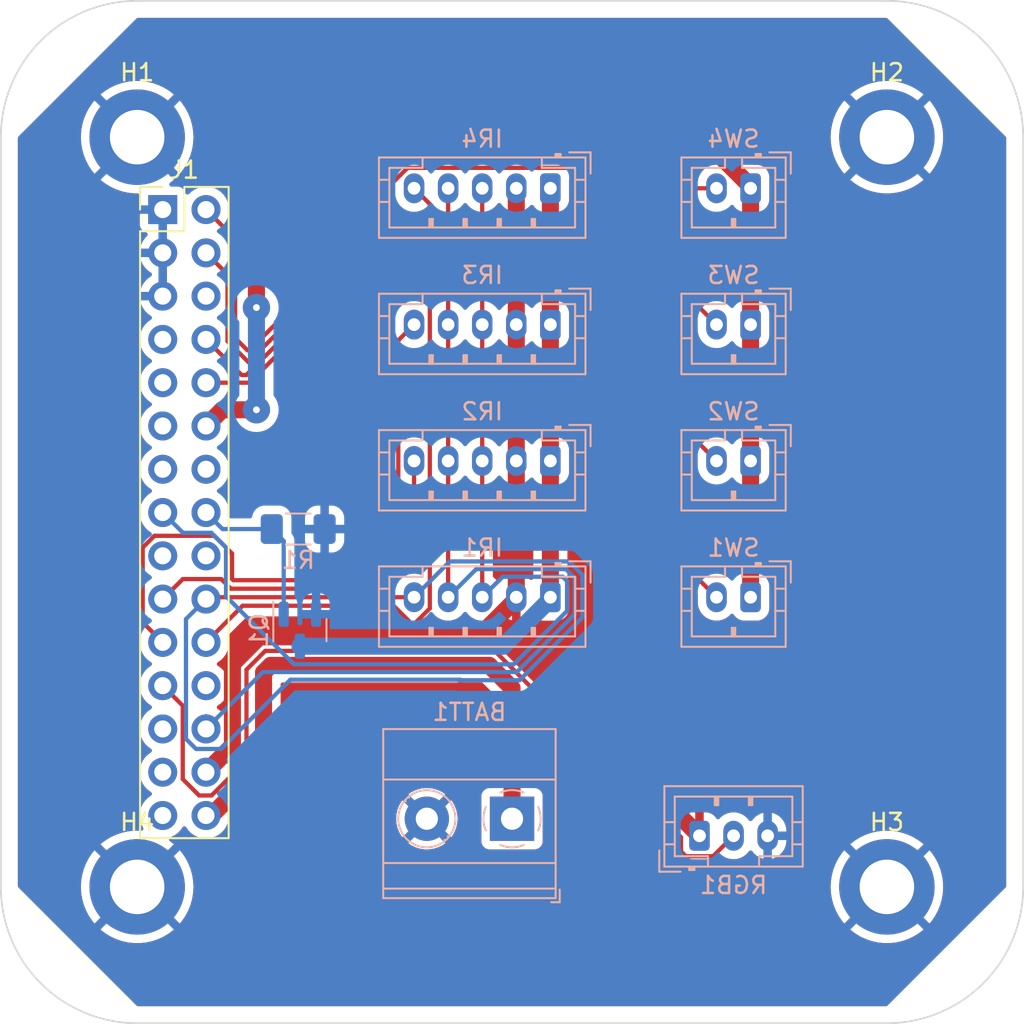
<source format=kicad_pcb>
(kicad_pcb (version 20221018) (generator pcbnew)
  (layers (0 "F.Cu" signal) (31 "B.Cu" signal) (34 "B.Paste" user) (35 "F.Paste" user) (36 "B.SilkS" user "B.Silkscreen") (37 "F.SilkS" user "F.Silkscreen") (38 "B.Mask" user) (39 "F.Mask" user) (44 "Edge.Cuts" user))
  (net 0 "")
  (net 1 "+BATT")
  (net 2 "GND")
  (net 3 "/IR_GND")
  (net 4 "+5V")
  (net 5 "/IR_MODE")
  (net 6 "/IR_TX")
  (net 7 "/IR_RX_A")
  (net 8 "/IR_RX_B")
  (net 9 "/IR_RX_C")
  (net 10 "/IR_RX_D")
  (net 11 "/GPIO_BTN_A")
  (net 12 "/GPIO_BTN_B")
  (net 15 "/GPIO_BTN_C")
  (net 17 "/GPIO_BTN_D")
  (net 19 "+3V3")
  (net 22 "/IR_ENABLE")
  (net 25 "/RGB_D")
  (footprint "MountingHole:MountingHole_3.2mm_M3_DIN965_Pad" (layer "F.Cu") (at 173 76)
    (fp_text reference "H2" (at 0 -3.8) (layer "F.SilkS"))
    (fp_text value "M3")
    (pad "1" thru_hole circle (at 0 0) (size 5.6 5.6) (drill 3.2) (layers "*.Cu" "*.Mask") (net 2 "GND"))
  )
  (footprint "MountingHole:MountingHole_3.2mm_M3_DIN965_Pad" (layer "F.Cu") (at 129 76)
    (fp_text reference "H1" (at 0 -3.8) (layer "F.SilkS"))
    (fp_text value "M3")
    (pad "1" thru_hole circle (at 0 0) (size 5.6 5.6) (drill 3.2) (layers "*.Cu" "*.Mask") (net 2 "GND"))
  )
  (footprint "Connector_PinHeader_2.54mm:PinHeader_2x15_P2.54mm_Vertical" (layer "F.Cu") (at 130.5 80.25)
    (fp_text reference "J1" (at 1.27 -2.33) (layer "F.SilkS"))
    (fp_text value "MBUS")
    (pad "1" thru_hole rect (at 0 0) (size 1.7 1.7) (drill 1) (layers "*.Cu" "*.Mask") (net 2 "GND"))
    (pad "2" thru_hole oval (at 2.54 0) (size 1.7 1.7) (drill 1) (layers "*.Cu" "*.Mask") (net 17 "/GPIO_BTN_D"))
    (pad "3" thru_hole oval (at 0 2.54) (size 1.7 1.7) (drill 1) (layers "*.Cu" "*.Mask") (net 2 "GND"))
    (pad "4" thru_hole oval (at 2.54 2.54) (size 1.7 1.7) (drill 1) (layers "*.Cu" "*.Mask") (net 15 "/GPIO_BTN_C"))
    (pad "5" thru_hole oval (at 0 5.08) (size 1.7 1.7) (drill 1) (layers "*.Cu" "*.Mask") (net 2 "GND"))
    (pad "6" thru_hole oval (at 2.54 5.08) (size 1.7 1.7) (drill 1) (layers "*.Cu" "*.Mask"))
    (pad "7" thru_hole oval (at 0 7.62) (size 1.7 1.7) (drill 1) (layers "*.Cu" "*.Mask"))
    (pad "8" thru_hole oval (at 2.54 7.62) (size 1.7 1.7) (drill 1) (layers "*.Cu" "*.Mask") (net 12 "/GPIO_BTN_B"))
    (pad "9" thru_hole oval (at 0 10.16) (size 1.7 1.7) (drill 1) (layers "*.Cu" "*.Mask"))
    (pad "10" thru_hole oval (at 2.54 10.16) (size 1.7 1.7) (drill 1) (layers "*.Cu" "*.Mask") (net 11 "/GPIO_BTN_A"))
    (pad "11" thru_hole oval (at 0 12.7) (size 1.7 1.7) (drill 1) (layers "*.Cu" "*.Mask"))
    (pad "12" thru_hole oval (at 2.54 12.7) (size 1.7 1.7) (drill 1) (layers "*.Cu" "*.Mask") (net 19 "+3V3"))
    (pad "13" thru_hole oval (at 0 15.24) (size 1.7 1.7) (drill 1) (layers "*.Cu" "*.Mask"))
    (pad "14" thru_hole oval (at 2.54 15.24) (size 1.7 1.7) (drill 1) (layers "*.Cu" "*.Mask"))
    (pad "15" thru_hole oval (at 0 17.78) (size 1.7 1.7) (drill 1) (layers "*.Cu" "*.Mask") (net 5 "/IR_MODE"))
    (pad "16" thru_hole oval (at 2.54 17.78) (size 1.7 1.7) (drill 1) (layers "*.Cu" "*.Mask") (net 22 "/IR_ENABLE"))
    (pad "17" thru_hole oval (at 0 20.32) (size 1.7 1.7) (drill 1) (layers "*.Cu" "*.Mask"))
    (pad "18" thru_hole oval (at 2.54 20.32) (size 1.7 1.7) (drill 1) (layers "*.Cu" "*.Mask"))
    (pad "19" thru_hole oval (at 0 22.86) (size 1.7 1.7) (drill 1) (layers "*.Cu" "*.Mask") (net 8 "/IR_RX_B"))
    (pad "20" thru_hole oval (at 2.54 22.86) (size 1.7 1.7) (drill 1) (layers "*.Cu" "*.Mask") (net 7 "/IR_RX_A"))
    (pad "21" thru_hole oval (at 0 25.4) (size 1.7 1.7) (drill 1) (layers "*.Cu" "*.Mask") (net 9 "/IR_RX_C"))
    (pad "22" thru_hole oval (at 2.54 25.4) (size 1.7 1.7) (drill 1) (layers "*.Cu" "*.Mask") (net 10 "/IR_RX_D"))
    (pad "23" thru_hole oval (at 0 27.94) (size 1.7 1.7) (drill 1) (layers "*.Cu" "*.Mask") (net 25 "/RGB_D"))
    (pad "24" thru_hole oval (at 2.54 27.94) (size 1.7 1.7) (drill 1) (layers "*.Cu" "*.Mask"))
    (pad "25" thru_hole oval (at 0 30.48) (size 1.7 1.7) (drill 1) (layers "*.Cu" "*.Mask"))
    (pad "26" thru_hole oval (at 2.54 30.48) (size 1.7 1.7) (drill 1) (layers "*.Cu" "*.Mask") (net 6 "/IR_TX"))
    (pad "27" thru_hole oval (at 0 33.02) (size 1.7 1.7) (drill 1) (layers "*.Cu" "*.Mask"))
    (pad "28" thru_hole oval (at 2.54 33.02) (size 1.7 1.7) (drill 1) (layers "*.Cu" "*.Mask") (net 4 "+5V"))
    (pad "29" thru_hole oval (at 0 35.56) (size 1.7 1.7) (drill 1) (layers "*.Cu" "*.Mask"))
    (pad "30" thru_hole oval (at 2.54 35.56) (size 1.7 1.7) (drill 1) (layers "*.Cu" "*.Mask") (net 1 "+BATT"))
  )
  (footprint "MountingHole:MountingHole_3.2mm_M3_DIN965_Pad" (layer "F.Cu") (at 173 120)
    (fp_text reference "H3" (at 0 -3.8) (layer "F.SilkS"))
    (fp_text value "M3")
    (pad "1" thru_hole circle (at 0 0) (size 5.6 5.6) (drill 3.2) (layers "*.Cu" "*.Mask") (net 2 "GND"))
  )
  (footprint "MountingHole:MountingHole_3.2mm_M3_DIN965_Pad" (layer "F.Cu") (at 129 120)
    (fp_text reference "H4" (at 0 -3.8) (layer "F.SilkS"))
    (fp_text value "M3")
    (pad "1" thru_hole circle (at 0 0) (size 5.6 5.6) (drill 3.2) (layers "*.Cu" "*.Mask") (net 2 "GND"))
  )
  (footprint "Connector_JST:JST_PH_B5B-PH-K_1x05_P2.00mm_Vertical" (layer "B.Cu") (at 153.25 87 180)
    (fp_text reference "IR3" (at 4 2.9) (layer "B.SilkS") (effects (justify mirror)))
    (fp_text value "~")
    (pad "1" thru_hole roundrect (at 0 0 180) (size 1.2 1.75) (drill 0.75) (layers "*.Cu" "*.Mask") (roundrect_rratio 0.208333) (net 3 "/IR_GND"))
    (pad "2" thru_hole oval (at 2 0 180) (size 1.2 1.75) (drill 0.75) (layers "*.Cu" "*.Mask") (net 4 "+5V"))
    (pad "3" thru_hole oval (at 4 0 180) (size 1.2 1.75) (drill 0.75) (layers "*.Cu" "*.Mask") (net 5 "/IR_MODE"))
    (pad "4" thru_hole oval (at 6 0 180) (size 1.2 1.75) (drill 0.75) (layers "*.Cu" "*.Mask") (net 6 "/IR_TX"))
    (pad "5" thru_hole oval (at 8 0 180) (size 1.2 1.75) (drill 0.75) (layers "*.Cu" "*.Mask") (net 9 "/IR_RX_C"))
  )
  (footprint "Connector_JST:JST_PH_B5B-PH-K_1x05_P2.00mm_Vertical" (layer "B.Cu") (at 153.25 103 180)
    (fp_text reference "IR1" (at 4 2.9) (layer "B.SilkS") (effects (justify mirror)))
    (fp_text value "~")
    (pad "1" thru_hole roundrect (at 0 0 180) (size 1.2 1.75) (drill 0.75) (layers "*.Cu" "*.Mask") (roundrect_rratio 0.208333) (net 3 "/IR_GND"))
    (pad "2" thru_hole oval (at 2 0 180) (size 1.2 1.75) (drill 0.75) (layers "*.Cu" "*.Mask") (net 4 "+5V"))
    (pad "3" thru_hole oval (at 4 0 180) (size 1.2 1.75) (drill 0.75) (layers "*.Cu" "*.Mask") (net 5 "/IR_MODE"))
    (pad "4" thru_hole oval (at 6 0 180) (size 1.2 1.75) (drill 0.75) (layers "*.Cu" "*.Mask") (net 6 "/IR_TX"))
    (pad "5" thru_hole oval (at 8 0 180) (size 1.2 1.75) (drill 0.75) (layers "*.Cu" "*.Mask") (net 7 "/IR_RX_A"))
  )
  (footprint "Package_TO_SOT_SMD:SOT-23" (layer "B.Cu") (at 138.55 104.9375 -90)
    (fp_text reference "Q1" (at 0 2.4 90) (layer "B.SilkS") (effects (justify mirror)))
    (fp_text value "IRLML6244")
    (pad "1" smd roundrect (at -0.9375 0.95 270) (size 1.475 0.6) (layers "B.Cu" "B.Paste" "B.Mask") (net 22 "/IR_ENABLE"))
    (pad "2" smd roundrect (at -0.9375 -0.95 270) (size 1.475 0.6) (layers "B.Cu" "B.Paste" "B.Mask") (net 2 "GND"))
    (pad "3" smd roundrect (at 0.9375 0 270) (size 1.475 0.6) (layers "B.Cu" "B.Paste" "B.Mask") (net 3 "/IR_GND"))
  )
  (footprint "Connector_JST:JST_PH_B2B-PH-K_1x02_P2.00mm_Vertical" (layer "B.Cu") (at 165 79 180)
    (fp_text reference "SW4" (at 1 2.9) (layer "B.SilkS") (effects (justify mirror)))
    (fp_text value "~")
    (pad "1" thru_hole roundrect (at 0 0 180) (size 1.2 1.75) (drill 0.75) (layers "*.Cu" "*.Mask") (roundrect_rratio 0.208333) (net 19 "+3V3"))
    (pad "2" thru_hole oval (at 2 0 180) (size 1.2 1.75) (drill 0.75) (layers "*.Cu" "*.Mask") (net 17 "/GPIO_BTN_D"))
  )
  (footprint "Connector_JST:JST_PH_B3B-PH-K_1x03_P2.00mm_Vertical" (layer "B.Cu") (at 162 117)
    (fp_text reference "RGB1" (at 2 2.9) (layer "B.SilkS") (effects (justify mirror)))
    (fp_text value "~")
    (pad "1" thru_hole roundrect (at 0 0) (size 1.2 1.75) (drill 0.75) (layers "*.Cu" "*.Mask") (roundrect_rratio 0.208333) (net 4 "+5V"))
    (pad "2" thru_hole oval (at 2 0) (size 1.2 1.75) (drill 0.75) (layers "*.Cu" "*.Mask") (net 25 "/RGB_D"))
    (pad "3" thru_hole oval (at 4 0) (size 1.2 1.75) (drill 0.75) (layers "*.Cu" "*.Mask") (net 2 "GND"))
  )
  (footprint "Connector_JST:JST_PH_B2B-PH-K_1x02_P2.00mm_Vertical" (layer "B.Cu") (at 165 87 180)
    (fp_text reference "SW3" (at 1 2.9) (layer "B.SilkS") (effects (justify mirror)))
    (fp_text value "~")
    (pad "1" thru_hole roundrect (at 0 0 180) (size 1.2 1.75) (drill 0.75) (layers "*.Cu" "*.Mask") (roundrect_rratio 0.208333) (net 19 "+3V3"))
    (pad "2" thru_hole oval (at 2 0 180) (size 1.2 1.75) (drill 0.75) (layers "*.Cu" "*.Mask") (net 15 "/GPIO_BTN_C"))
  )
  (footprint "Connector_JST:JST_PH_B2B-PH-K_1x02_P2.00mm_Vertical" (layer "B.Cu") (at 165 103 180)
    (fp_text reference "SW1" (at 1 2.9) (layer "B.SilkS") (effects (justify mirror)))
    (fp_text value "~")
    (pad "1" thru_hole roundrect (at 0 0 180) (size 1.2 1.75) (drill 0.75) (layers "*.Cu" "*.Mask") (roundrect_rratio 0.208333) (net 19 "+3V3"))
    (pad "2" thru_hole oval (at 2 0 180) (size 1.2 1.75) (drill 0.75) (layers "*.Cu" "*.Mask") (net 11 "/GPIO_BTN_A"))
  )
  (footprint "Resistor_SMD:R_1206_3216Metric_Pad1.30x1.75mm_HandSolder" (layer "B.Cu") (at 138.45 99)
    (fp_text reference "R1" (at 0 1.82) (layer "B.SilkS") (effects (justify mirror)))
    (fp_text value "10k")
    (pad "1" smd roundrect (at -1.55 0) (size 1.3 1.75) (layers "B.Cu" "B.Paste" "B.Mask") (roundrect_rratio 0.192308) (net 22 "/IR_ENABLE"))
    (pad "2" smd roundrect (at 1.55 0) (size 1.3 1.75) (layers "B.Cu" "B.Paste" "B.Mask") (roundrect_rratio 0.192308) (net 2 "GND"))
  )
  (footprint "TerminalBlock_Phoenix:TerminalBlock_Phoenix_MKDS-1,5-2_1x02_P5.00mm_Horizontal" (layer "B.Cu") (at 151 116 180)
    (fp_text reference "BATT1" (at 2.5 6.26) (layer "B.SilkS") (effects (justify mirror)))
    (fp_text value "~")
    (pad "1" thru_hole rect (at 0 0 180) (size 2.6 2.6) (drill 1.3) (layers "*.Cu" "*.Mask") (net 1 "+BATT"))
    (pad "2" thru_hole circle (at 5 0 180) (size 2.6 2.6) (drill 1.3) (layers "*.Cu" "*.Mask") (net 2 "GND"))
  )
  (footprint "Connector_JST:JST_PH_B2B-PH-K_1x02_P2.00mm_Vertical" (layer "B.Cu") (at 165 95 180)
    (fp_text reference "SW2" (at 1 2.9) (layer "B.SilkS") (effects (justify mirror)))
    (fp_text value "~")
    (pad "1" thru_hole roundrect (at 0 0 180) (size 1.2 1.75) (drill 0.75) (layers "*.Cu" "*.Mask") (roundrect_rratio 0.208333) (net 19 "+3V3"))
    (pad "2" thru_hole oval (at 2 0 180) (size 1.2 1.75) (drill 0.75) (layers "*.Cu" "*.Mask") (net 12 "/GPIO_BTN_B"))
  )
  (footprint "Connector_JST:JST_PH_B5B-PH-K_1x05_P2.00mm_Vertical" (layer "B.Cu") (at 153.25 95 180)
    (fp_text reference "IR2" (at 4 2.9) (layer "B.SilkS") (effects (justify mirror)))
    (fp_text value "~")
    (pad "1" thru_hole roundrect (at 0 0 180) (size 1.2 1.75) (drill 0.75) (layers "*.Cu" "*.Mask") (roundrect_rratio 0.208333) (net 3 "/IR_GND"))
    (pad "2" thru_hole oval (at 2 0 180) (size 1.2 1.75) (drill 0.75) (layers "*.Cu" "*.Mask") (net 4 "+5V"))
    (pad "3" thru_hole oval (at 4 0 180) (size 1.2 1.75) (drill 0.75) (layers "*.Cu" "*.Mask") (net 5 "/IR_MODE"))
    (pad "4" thru_hole oval (at 6 0 180) (size 1.2 1.75) (drill 0.75) (layers "*.Cu" "*.Mask") (net 6 "/IR_TX"))
    (pad "5" thru_hole oval (at 8 0 180) (size 1.2 1.75) (drill 0.75) (layers "*.Cu" "*.Mask") (net 8 "/IR_RX_B"))
  )
  (footprint "Connector_JST:JST_PH_B5B-PH-K_1x05_P2.00mm_Vertical" (layer "B.Cu") (at 153.25 79 180)
    (fp_text reference "IR4" (at 4 2.9) (layer "B.SilkS") (effects (justify mirror)))
    (fp_text value "~")
    (pad "1" thru_hole roundrect (at 0 0 180) (size 1.2 1.75) (drill 0.75) (layers "*.Cu" "*.Mask") (roundrect_rratio 0.208333) (net 3 "/IR_GND"))
    (pad "2" thru_hole oval (at 2 0 180) (size 1.2 1.75) (drill 0.75) (layers "*.Cu" "*.Mask") (net 4 "+5V"))
    (pad "3" thru_hole oval (at 4 0 180) (size 1.2 1.75) (drill 0.75) (layers "*.Cu" "*.Mask") (net 5 "/IR_MODE"))
    (pad "4" thru_hole oval (at 6 0 180) (size 1.2 1.75) (drill 0.75) (layers "*.Cu" "*.Mask") (net 6 "/IR_TX"))
    (pad "5" thru_hole oval (at 8 0 180) (size 1.2 1.75) (drill 0.75) (layers "*.Cu" "*.Mask") (net 10 "/IR_RX_D"))
  )
  (gr_arc (start 121 76) (mid 123.343146 70.343146) (end 129 68) (stroke (width 0.1)) (layer "Edge.Cuts"))
  (gr_arc (start 173 68) (mid 178.656854 70.343146) (end 181 76) (stroke (width 0.1)) (layer "Edge.Cuts"))
  (gr_arc (start 181 120) (mid 178.656854 125.656854) (end 173 128) (stroke (width 0.1)) (layer "Edge.Cuts"))
  (gr_line (start 181 120) (end 181 76) (stroke (width 0.1)) (layer "Edge.Cuts"))
  (gr_line (start 173 68) (end 129 68) (stroke (width 0.1)) (layer "Edge.Cuts"))
  (gr_line (start 129 128) (end 173 128) (stroke (width 0.1)) (layer "Edge.Cuts"))
  (gr_line (start 121 76) (end 121 120) (stroke (width 0.1)) (layer "Edge.Cuts"))
  (gr_arc (start 129 128) (mid 123.343146 125.656854) (end 121 120) (stroke (width 0.1)) (layer "Edge.Cuts"))
  (segment (start 136.833452 107) (end 136.416726 107.416726) (width 1) (layer "F.Cu") (net 1))
  (segment (start 149.666548 107) (end 136.833452 107) (width 1) (layer "F.Cu") (net 1))
  (segment (start 136.416726 112.75) (end 133.356726 115.81) (width 1) (layer "F.Cu") (net 1))
  (segment (start 151 116) (end 151 108.333452) (width 1) (layer "F.Cu") (net 1))
  (segment (start 133.356726 115.81) (end 133.04 115.81) (width 1) (layer "F.Cu") (net 1))
  (segment (start 151 108.333452) (end 149.666548 107) (width 1) (layer "F.Cu") (net 1))
  (segment (start 136.416726 107.416726) (end 136.416726 112.75) (width 1) (layer "F.Cu") (net 1))
  (segment (start 153.25 95) (end 153.25 103) (width 1) (layer "F.Cu") (net 3))
  (segment (start 153.25 87) (end 153.25 95) (width 1) (layer "F.Cu") (net 3))
  (segment (start 153.25 79) (end 153.25 87) (width 1) (layer "F.Cu") (net 3))
  (segment (start 150.488478 105.875) (end 153.25 103.113478) (width 1) (layer "B.Cu") (net 3))
  (segment (start 153.25 103.113478) (end 153.25 103) (width 1) (layer "B.Cu") (net 3))
  (segment (start 138.55 105.875) (end 150.488478 105.875) (width 1) (layer "B.Cu") (net 3))
  (segment (start 136.175 105.325) (end 145 105.325) (width 1) (layer "F.Cu") (net 4))
  (segment (start 134.59 106.91) (end 136.175 105.325) (width 1) (layer "F.Cu") (net 4))
  (segment (start 134.59 111.72) (end 134.59 106.91) (width 1) (layer "F.Cu") (net 4))
  (segment (start 151.25 87) (end 151.25 95) (width 1) (layer "F.Cu") (net 4))
  (segment (start 150.325 105.325) (end 145 105.325) (width 1) (layer "F.Cu") (net 4))
  (segment (start 151.25 95) (end 151.25 103) (width 1) (layer "F.Cu") (net 4))
  (segment (start 145 105.325) (end 149.038478 105.325) (width 1) (layer "F.Cu") (net 4))
  (segment (start 151.25 103.113478) (end 151.25 103) (width 1) (layer "F.Cu") (net 4))
  (segment (start 162 117) (end 150.325 105.325) (width 1) (layer "F.Cu") (net 4))
  (segment (start 151.25 79) (end 151.25 87) (width 1) (layer "F.Cu") (net 4))
  (segment (start 133.04 113.27) (end 134.59 111.72) (width 1) (layer "F.Cu") (net 4))
  (segment (start 149.038478 105.325) (end 151.25 103.113478) (width 1) (layer "F.Cu") (net 4))
  (segment (start 149.25 103) (end 149.25 95) (width 0.25) (layer "F.Cu") (net 5))
  (segment (start 149.25 87) (end 149.25 79) (width 0.25) (layer "F.Cu") (net 5))
  (segment (start 149.25 95) (end 149.25 87) (width 0.25) (layer "F.Cu") (net 5))
  (segment (start 153.97 101.8) (end 154.23 102.06) (width 0.25) (layer "B.Cu") (net 5))
  (segment (start 138.203249 106.9375) (end 134.215 102.949251) (width 0.25) (layer "B.Cu") (net 5))
  (segment (start 154.23 102.06) (end 154.23 103.808173) (width 0.25) (layer "B.Cu") (net 5))
  (segment (start 149.25 103) (end 150.45 101.8) (width 0.25) (layer "B.Cu") (net 5))
  (segment (start 134.215 100.083299) (end 133.351701 99.22) (width 0.25) (layer "B.Cu") (net 5))
  (segment (start 134.215 102.949251) (end 134.215 100.083299) (width 0.25) (layer "B.Cu") (net 5))
  (segment (start 150.45 101.8) (end 153.97 101.8) (width 0.25) (layer "B.Cu") (net 5))
  (segment (start 154.23 103.808173) (end 151.100673 106.9375) (width 0.25) (layer "B.Cu") (net 5))
  (segment (start 131.69 99.22) (end 130.5 98.03) (width 0.25) (layer "B.Cu") (net 5))
  (segment (start 133.351701 99.22) (end 131.69 99.22) (width 0.25) (layer "B.Cu") (net 5))
  (segment (start 151.100673 106.9375) (end 138.203249 106.9375) (width 0.25) (layer "B.Cu") (net 5))
  (segment (start 147.25 87) (end 147.25 95) (width 0.25) (layer "F.Cu") (net 6))
  (segment (start 147.25 79) (end 147.25 87) (width 0.25) (layer "F.Cu") (net 6))
  (segment (start 147.25 95) (end 147.25 103) (width 0.25) (layer "F.Cu") (net 6))
  (segment (start 133.04 109.975749) (end 133.04 110.73) (width 0.25) (layer "B.Cu") (net 6))
  (segment (start 136.38 107.39) (end 133.04 110.73) (width 0.25) (layer "B.Cu") (net 6))
  (segment (start 151.284569 107.39) (end 136.38 107.39) (width 0.25) (layer "B.Cu") (net 6))
  (segment (start 154.68 101.873604) (end 154.68 103.994569) (width 0.25) (layer "B.Cu") (net 6))
  (segment (start 154.68 103.994569) (end 151.284569 107.39) (width 0.25) (layer "B.Cu") (net 6))
  (segment (start 148.9 101.35) (end 154.156396 101.35) (width 0.25) (layer "B.Cu") (net 6))
  (segment (start 154.156396 101.35) (end 154.68 101.873604) (width 0.25) (layer "B.Cu") (net 6))
  (segment (start 147.25 103) (end 148.9 101.35) (width 0.25) (layer "B.Cu") (net 6))
  (segment (start 133.15 103) (end 133.04 103.11) (width 0.25) (layer "F.Cu") (net 7))
  (segment (start 145.25 103) (end 133.15 103) (width 0.25) (layer "F.Cu") (net 7))
  (segment (start 147.96 107.84) (end 137.99 107.84) (width 0.25) (layer "B.Cu") (net 7))
  (segment (start 155.13 101.687208) (end 155.13 104.180965) (width 0.25) (layer "B.Cu") (net 7))
  (segment (start 137.99 107.84) (end 133.925 111.905) (width 0.25) (layer "B.Cu") (net 7))
  (segment (start 131.865 104.285) (end 133.04 103.11) (width 0.25) (layer "B.Cu") (net 7))
  (segment (start 147.35 100.9) (end 154.342792 100.9) (width 0.25) (layer "B.Cu") (net 7))
  (segment (start 154.720482 104.590483) (end 151.440965 107.87) (width 0.25) (layer "B.Cu") (net 7))
  (segment (start 147.99 107.87) (end 147.96 107.84) (width 0.25) (layer "B.Cu") (net 7))
  (segment (start 154.342792 100.9) (end 155.13 101.687208) (width 0.25) (layer "B.Cu") (net 7))
  (segment (start 151.440965 107.87) (end 147.99 107.87) (width 0.25) (layer "B.Cu") (net 7))
  (segment (start 133.925 111.905) (end 132.455 111.905) (width 0.25) (layer "B.Cu") (net 7))
  (segment (start 145.25 103) (end 147.35 100.9) (width 0.25) (layer "B.Cu") (net 7))
  (segment (start 131.865 111.315) (end 131.865 104.285) (width 0.25) (layer "B.Cu") (net 7))
  (segment (start 132.455 111.905) (end 131.865 111.315) (width 0.25) (layer "B.Cu") (net 7))
  (segment (start 147.99 107.87) (end 147.86 107.87) (width 0.25) (layer "B.Cu") (net 7))
  (segment (start 155.13 104.180965) (end 154.720482 104.590483) (width 0.25) (layer "B.Cu") (net 7))
  (segment (start 143.5 102.5) (end 134.5 102.5) (width 0.25) (layer "F.Cu") (net 8))
  (segment (start 145.25 95) (end 145.25 100.75) (width 0.25) (layer "F.Cu") (net 8))
  (segment (start 131.675 101.935) (end 130.5 103.11) (width 0.25) (layer "F.Cu") (net 8))
  (segment (start 133.935 101.935) (end 131.675 101.935) (width 0.25) (layer "F.Cu") (net 8))
  (segment (start 145.25 100.75) (end 143.5 102.5) (width 0.25) (layer "F.Cu") (net 8))
  (segment (start 134.5 102.5) (end 133.935 101.935) (width 0.25) (layer "F.Cu") (net 8))
  (segment (start 129.325 100.083299) (end 129.325 104.475) (width 0.25) (layer "F.Cu") (net 9))
  (segment (start 134.636396 102) (end 134.568198 101.931802) (width 0.25) (layer "F.Cu") (net 9))
  (segment (start 144.325 87.925) (end 144.325 101.038604) (width 0.25) (layer "F.Cu") (net 9))
  (segment (start 143.363604 102) (end 134.636396 102) (width 0.25) (layer "F.Cu") (net 9))
  (segment (start 144.325 101.038604) (end 143.363604 102) (width 0.25) (layer "F.Cu") (net 9))
  (segment (start 129.325 104.475) (end 130.5 105.65) (width 0.25) (layer "F.Cu") (net 9))
  (segment (start 134.568198 100.436497) (end 133.526701 99.395) (width 0.25) (layer "F.Cu") (net 9))
  (segment (start 145.25 87) (end 144.325 87.925) (width 0.25) (layer "F.Cu") (net 9))
  (segment (start 130.013299 99.395) (end 129.325 100.083299) (width 0.25) (layer "F.Cu") (net 9))
  (segment (start 133.526701 99.395) (end 130.013299 99.395) (width 0.25) (layer "F.Cu") (net 9))
  (segment (start 134.568198 101.931802) (end 134.568198 100.436497) (width 0.25) (layer "F.Cu") (net 9))
  (segment (start 135.19 103.5) (end 133.04 105.65) (width 0.25) (layer "F.Cu") (net 10))
  (segment (start 145.333148 104.5) (end 145.05 104.5) (width 0.25) (layer "F.Cu") (net 10))
  (segment (start 145.25 79) (end 146.175 79.925) (width 0.25) (layer "F.Cu") (net 10))
  (segment (start 144 103.45) (end 143.95 103.5) (width 0.25) (layer "F.Cu") (net 10))
  (segment (start 145.05 104.5) (end 144 103.45) (width 0.25) (layer "F.Cu") (net 10))
  (segment (start 146.175 79.925) (end 146.175 103.658148) (width 0.25) (layer "F.Cu") (net 10))
  (segment (start 146.175 103.658148) (end 145.333148 104.5) (width 0.25) (layer "F.Cu") (net 10))
  (segment (start 143.95 103.5) (end 135.19 103.5) (width 0.25) (layer "F.Cu") (net 10))
  (segment (start 144.866852 77.8) (end 143.75 78.916852) (width 0.25) (layer "F.Cu") (net 11))
  (segment (start 163 103) (end 161.175 101.175) (width 0.25) (layer "F.Cu") (net 11))
  (segment (start 161.175 101.175) (end 161.175 81.175) (width 0.25) (layer "F.Cu") (net 11))
  (segment (start 157.8 77.8) (end 144.866852 77.8) (width 0.25) (layer "F.Cu") (net 11))
  (segment (start 143.75 82.25) (end 135.59 90.41) (width 0.25) (layer "F.Cu") (net 11))
  (segment (start 161.175 81.175) (end 157.8 77.8) (width 0.25) (layer "F.Cu") (net 11))
  (segment (start 143.75 78.916852) (end 143.75 82.25) (width 0.25) (layer "F.Cu") (net 11))
  (segment (start 135.59 90.41) (end 133.04 90.41) (width 0.25) (layer "F.Cu") (net 11))
  (segment (start 161.625 80.988604) (end 157.986396 77.35) (width 0.25) (layer "F.Cu") (net 12))
  (segment (start 143.3 78.730456) (end 143.3 82.063604) (width 0.25) (layer "F.Cu") (net 12))
  (segment (start 157.986396 77.35) (end 144.680456 77.35) (width 0.25) (layer "F.Cu") (net 12))
  (segment (start 143.3 82.063604) (end 135.403604 89.96) (width 0.25) (layer "F.Cu") (net 12))
  (segment (start 135.13 89.96) (end 133.04 87.87) (width 0.25) (layer "F.Cu") (net 12))
  (segment (start 135.403604 89.96) (end 135.13 89.96) (width 0.25) (layer "F.Cu") (net 12))
  (segment (start 163 95) (end 161.625 93.625) (width 0.25) (layer "F.Cu") (net 12))
  (segment (start 144.680456 77.35) (end 143.3 78.730456) (width 0.25) (layer "F.Cu") (net 12))
  (segment (start 161.625 93.625) (end 161.625 80.988604) (width 0.25) (layer "F.Cu") (net 12))
  (segment (start 135.527208 89.2) (end 134.3 87.972792) (width 0.25) (layer "F.Cu") (net 15))
  (segment (start 134.3 87.972792) (end 134.3 84.05) (width 0.25) (layer "F.Cu") (net 15))
  (segment (start 163 87) (end 162.075 86.075) (width 0.25) (layer "F.Cu") (net 15))
  (segment (start 158.172792 76.9) (end 144.49406 76.9) (width 0.25) (layer "F.Cu") (net 15))
  (segment (start 134.3 84.05) (end 133.04 82.79) (width 0.25) (layer "F.Cu") (net 15))
  (segment (start 142.85 81.877208) (end 135.527208 89.2) (width 0.25) (layer "F.Cu") (net 15))
  (segment (start 142.85 78.54406) (end 142.85 81.877208) (width 0.25) (layer "F.Cu") (net 15))
  (segment (start 144.49406 76.9) (end 142.85 78.54406) (width 0.25) (layer "F.Cu") (net 15))
  (segment (start 162.075 80.802208) (end 158.172792 76.9) (width 0.25) (layer "F.Cu") (net 15))
  (segment (start 162.075 86.075) (end 162.075 80.802208) (width 0.25) (layer "F.Cu") (net 15))
  (segment (start 134.75 87.786396) (end 134.75 81.96) (width 0.25) (layer "F.Cu") (net 17))
  (segment (start 142.4 78.357664) (end 142.4 81.690812) (width 0.25) (layer "F.Cu") (net 17))
  (segment (start 135.590812 88.5) (end 135.463604 88.5) (width 0.25) (layer "F.Cu") (net 17))
  (segment (start 142.4 81.690812) (end 135.590812 88.5) (width 0.25) (layer "F.Cu") (net 17))
  (segment (start 144.307664 76.45) (end 142.4 78.357664) (width 0.25) (layer "F.Cu") (net 17))
  (segment (start 135.463604 88.5) (end 134.75 87.786396) (width 0.25) (layer "F.Cu") (net 17))
  (segment (start 134.75 81.96) (end 133.04 80.25) (width 0.25) (layer "F.Cu") (net 17))
  (segment (start 163 79) (end 160.909188 79) (width 0.25) (layer "F.Cu") (net 17))
  (segment (start 160.909188 79) (end 158.359188 76.45) (width 0.25) (layer "F.Cu") (net 17))
  (segment (start 158.359188 76.45) (end 144.307664 76.45) (width 0.25) (layer "F.Cu") (net 17))
  (segment (start 165 103) (end 165 95) (width 1) (layer "F.Cu") (net 19))
  (segment (start 136 92) (end 133.99 92) (width 1) (layer "F.Cu") (net 19))
  (segment (start 133.99 92) (end 133.04 92.95) (width 1) (layer "F.Cu") (net 19))
  (segment (start 165 79) (end 165 78.886522) (width 1) (layer "F.Cu") (net 19))
  (segment (start 165 87) (end 165 79) (width 1) (layer "F.Cu") (net 19))
  (segment (start 165 95) (end 165 87) (width 1) (layer "F.Cu") (net 19))
  (segment (start 136 83.590938) (end 136 86) (width 1) (layer "F.Cu") (net 19))
  (segment (start 161.738478 75.625) (end 143.965938 75.625) (width 1) (layer "F.Cu") (net 19))
  (segment (start 143.965938 75.625) (end 136 83.590938) (width 1) (layer "F.Cu") (net 19))
  (segment (start 165 78.886522) (end 161.738478 75.625) (width 1) (layer "F.Cu") (net 19))
  (via (at 136 86) (size 1.6) (drill 0.4) (layers "F.Cu" "B.Cu") (net 19))
  (via (at 136 92) (size 1.6) (drill 0.4) (layers "F.Cu" "B.Cu") (net 19))
  (segment (start 136 86) (end 136 92) (width 1) (layer "B.Cu") (net 19))
  (segment (start 137.6 104) (end 137.6 99.7) (width 0.25) (layer "B.Cu") (net 22))
  (segment (start 136.9 99) (end 134.01 99) (width 0.25) (layer "B.Cu") (net 22))
  (segment (start 137.6 99.7) (end 136.9 99) (width 0.25) (layer "B.Cu") (net 22))
  (segment (start 134.01 99) (end 133.04 98.03) (width 0.25) (layer "B.Cu") (net 22))
  (segment (start 149.983274 106.15) (end 136.516726 106.15) (width 0.25) (layer "F.Cu") (net 25))
  (segment (start 162.8 118.2) (end 161.2 118.2) (width 0.25) (layer "F.Cu") (net 25))
  (segment (start 135.415 107.251726) (end 135.415 112.585) (width 0.25) (layer "F.Cu") (net 25))
  (segment (start 135.415 112.585) (end 133.365 114.635) (width 0.25) (layer "F.Cu") (net 25))
  (segment (start 136.516726 106.15) (end 135.415 107.251726) (width 0.25) (layer "F.Cu") (net 25))
  (segment (start 131.675 113.675) (end 131.675 109.365) (width 0.25) (layer "F.Cu") (net 25))
  (segment (start 160.916637 117.083363) (end 149.983274 106.15) (width 0.25) (layer "F.Cu") (net 25))
  (segment (start 164 117) (end 162.8 118.2) (width 0.25) (layer "F.Cu") (net 25))
  (segment (start 161.2 118.2) (end 160.916637 117.916637) (width 0.25) (layer "F.Cu") (net 25))
  (segment (start 132.635 114.635) (end 131.675 113.675) (width 0.25) (layer "F.Cu") (net 25))
  (segment (start 131.675 109.365) (end 130.5 108.19) (width 0.25) (layer "F.Cu") (net 25))
  (segment (start 160.916637 117.916637) (end 160.916637 117.083363) (width 0.25) (layer "F.Cu") (net 25))
  (segment (start 133.365 114.635) (end 132.635 114.635) (width 0.25) (layer "F.Cu") (net 25))
  (zone (net 4) (net_name "+5V") (layer "F.Cu") (priority 1) (connect_pads (clearance 0.5)) (min_thickness 0.25) (fill yes (thermal_gap 0.5) (thermal_bridge_width 0.5))
    (polygon (pts (xy 122 76) (xy 129 69) (xy 173 69) (xy 180 76) (xy 180 120) (xy 173 127) (xy 129 127) (xy 122 120)))
  )
  (zone (net 2) (net_name "GND") (layer "B.Cu") (connect_pads (clearance 0.5)) (min_thickness 0.25) (fill yes (thermal_gap 0.5) (thermal_bridge_width 0.5))
    (polygon (pts (xy 122 76) (xy 129 69) (xy 173 69) (xy 180 76) (xy 180 120) (xy 173 127) (xy 129 127) (xy 122 120)))
  )
)
</source>
